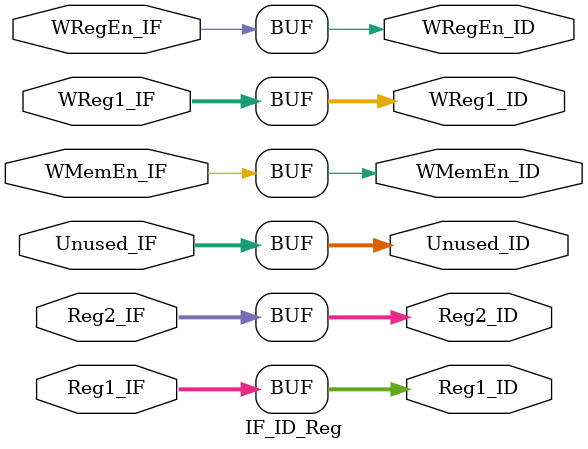
<source format=v>
`timescale 1ns / 1ps

module IF_ID_Reg
(
    input WMemEn_IF,
    input WRegEn_IF,
    input [2:0] Reg1_IF,
    input [2:0] Reg2_IF,
    input [2:0] WReg1_IF,
    input [20:0] Unused_IF,

    output WMemEn_ID,
    output WRegEn_ID,
    output [2:0] Reg1_ID,
    output [2:0] Reg2_ID,
    output [2:0] WReg1_ID,
    output [20:0] Unused_ID
);

    assign WMemEn_ID = WMemEn_IF;
    assign WRegEn_ID = WRegEn_IF;
    assign Reg1_ID = Reg1_IF;
    assign Reg2_ID = Reg2_IF;
    assign WReg1_ID = WReg1_IF;
    assign Unused_ID = Unused_IF;

endmodule
</source>
